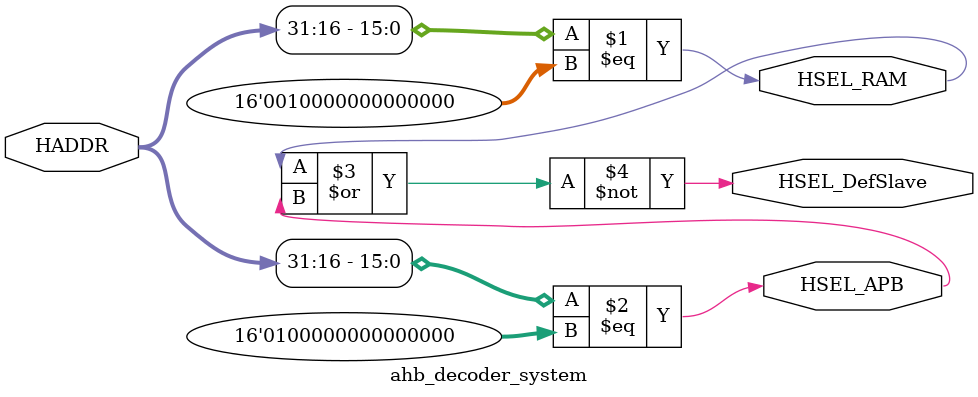
<source format=v>
module ahb_decoder_system (
  // Input and output signals
  input   wire [31:0] HADDR,
  output  wire        HSEL_RAM,
  output  wire        HSEL_APB,
  output  wire        HSEL_DefSlave
  );

assign HSEL_RAM = (HADDR[31:16]==16'h2000);
assign HSEL_APB = (HADDR[31:16]==16'h4000);
// Select default slave if none of the above devices is selected
assign HSEL_DefSlave = ~(HSEL_RAM | HSEL_APB);

endmodule

</source>
